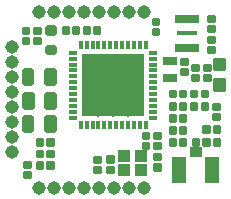
<source format=gbr>
G04 EAGLE Gerber RS-274X export*
G75*
%MOMM*%
%FSLAX34Y34*%
%LPD*%
%INSoldermask Top*%
%IPPOS*%
%AMOC8*
5,1,8,0,0,1.08239X$1,22.5*%
G01*
%ADD10R,0.727000X0.367000*%
%ADD11R,0.367000X0.727000*%
%ADD12R,5.277000X5.277000*%
%ADD13C,0.627000*%
%ADD14C,0.406869*%
%ADD15C,0.631119*%
%ADD16C,0.531859*%
%ADD17R,1.077000X0.977000*%
%ADD18C,0.400200*%
%ADD19R,1.177000X2.327000*%
%ADD20R,1.127000X0.927000*%
%ADD21C,1.143000*%
%ADD22R,1.227000X0.727000*%
%ADD23R,0.477000X0.687000*%
%ADD24R,1.727000X0.327000*%
%ADD25C,0.428259*%


D10*
X119474Y58491D03*
X119474Y63491D03*
X119474Y68491D03*
X119474Y73491D03*
X119474Y78491D03*
X119474Y83491D03*
X119474Y88491D03*
X119474Y93491D03*
X119474Y98491D03*
X119474Y103491D03*
X119474Y108491D03*
X119474Y113491D03*
D11*
X112974Y119991D03*
X107974Y119991D03*
X102974Y119991D03*
X97974Y119991D03*
X92974Y119991D03*
X87974Y119991D03*
X82974Y119991D03*
X77974Y119991D03*
X72974Y119991D03*
X67974Y119991D03*
X62974Y119991D03*
X57974Y119991D03*
D10*
X51474Y113491D03*
X51474Y108491D03*
X51474Y103491D03*
X51474Y98491D03*
X51474Y93491D03*
X51474Y88491D03*
X51474Y83491D03*
X51474Y78491D03*
X51474Y73491D03*
X51474Y68491D03*
X51474Y63491D03*
X51474Y58491D03*
D11*
X57974Y51991D03*
X62974Y51991D03*
X67974Y51991D03*
X72974Y51991D03*
X77974Y51991D03*
X82974Y51991D03*
X87974Y51991D03*
X92974Y51991D03*
X97974Y51991D03*
X102974Y51991D03*
X107974Y51991D03*
X112974Y51991D03*
D12*
X85474Y85991D03*
D13*
X72874Y109241D03*
X85474Y109241D03*
X98074Y109241D03*
X72874Y62741D03*
X85474Y62741D03*
X98074Y62741D03*
X62224Y98591D03*
X62224Y85991D03*
X62224Y73391D03*
X108724Y98591D03*
X108724Y85991D03*
X108724Y73391D03*
X85474Y98591D03*
X85220Y85991D03*
X85474Y73391D03*
X72874Y98591D03*
X72874Y85991D03*
X72874Y73391D03*
X98074Y98591D03*
X98074Y85991D03*
X98074Y73391D03*
D14*
X19454Y122320D02*
X19454Y124922D01*
X22656Y124922D01*
X22656Y122320D01*
X19454Y122320D01*
X22656Y130920D02*
X22656Y133522D01*
X22656Y130920D02*
X19454Y130920D01*
X19454Y133522D01*
X22656Y133522D01*
X9541Y124815D02*
X9541Y122213D01*
X9541Y124815D02*
X12743Y124815D01*
X12743Y122213D01*
X9541Y122213D01*
X12743Y130813D02*
X12743Y133415D01*
X12743Y130813D02*
X9541Y130813D01*
X9541Y133415D01*
X12743Y133415D01*
X30662Y16901D02*
X33264Y16901D01*
X30662Y16901D02*
X30662Y20103D01*
X33264Y20103D01*
X33264Y16901D01*
X24664Y20103D02*
X22062Y20103D01*
X24664Y20103D02*
X24664Y16901D01*
X22062Y16901D01*
X22062Y20103D01*
X22026Y29800D02*
X24628Y29800D01*
X24628Y26598D01*
X22026Y26598D01*
X22026Y29800D01*
X30626Y26598D02*
X33228Y26598D01*
X30626Y26598D02*
X30626Y29800D01*
X33228Y29800D01*
X33228Y26598D01*
X43627Y134588D02*
X46229Y134588D01*
X46229Y131386D01*
X43627Y131386D01*
X43627Y134588D01*
X52227Y131386D02*
X54829Y131386D01*
X52227Y131386D02*
X52227Y134588D01*
X54829Y134588D01*
X54829Y131386D01*
X156592Y102613D02*
X156587Y100012D01*
X153386Y100017D01*
X153391Y102618D01*
X156592Y102613D01*
X153376Y94018D02*
X153371Y91417D01*
X153376Y94018D02*
X156577Y94013D01*
X156572Y91412D01*
X153371Y91417D01*
X143786Y96107D02*
X143786Y98709D01*
X146988Y98709D01*
X146988Y96107D01*
X143786Y96107D01*
X146988Y104707D02*
X146988Y107309D01*
X146988Y104707D02*
X143786Y104707D01*
X143786Y107309D01*
X146988Y107309D01*
X119662Y130150D02*
X119662Y132752D01*
X122864Y132752D01*
X122864Y130150D01*
X119662Y130150D01*
X122864Y138750D02*
X122864Y141352D01*
X122864Y138750D02*
X119662Y138750D01*
X119662Y141352D01*
X122864Y141352D01*
X72595Y131452D02*
X69993Y131452D01*
X69993Y134654D01*
X72595Y134654D01*
X72595Y131452D01*
X63995Y134654D02*
X61393Y134654D01*
X63995Y134654D02*
X63995Y131452D01*
X61393Y131452D01*
X61393Y134654D01*
X73336Y24771D02*
X73336Y22169D01*
X70134Y22169D01*
X70134Y24771D01*
X73336Y24771D01*
X70134Y16171D02*
X70134Y13569D01*
X70134Y16171D02*
X73336Y16171D01*
X73336Y13569D01*
X70134Y13569D01*
X33273Y36617D02*
X30671Y36617D01*
X30671Y39819D01*
X33273Y39819D01*
X33273Y36617D01*
X24673Y39819D02*
X22071Y39819D01*
X24673Y39819D02*
X24673Y36617D01*
X22071Y36617D01*
X22071Y39819D01*
D15*
X29132Y48719D02*
X34092Y48719D01*
X29132Y48719D02*
X29132Y57879D01*
X34092Y57879D01*
X34092Y48719D01*
X34092Y54714D02*
X29132Y54714D01*
X15392Y57879D02*
X10432Y57879D01*
X15392Y57879D02*
X15392Y48719D01*
X10432Y48719D01*
X10432Y57879D01*
X10432Y54714D02*
X15392Y54714D01*
X15406Y97686D02*
X10446Y97686D01*
X15406Y97686D02*
X15406Y88526D01*
X10446Y88526D01*
X10446Y97686D01*
X10446Y94521D02*
X15406Y94521D01*
X29146Y88526D02*
X34106Y88526D01*
X29146Y88526D02*
X29146Y97686D01*
X34106Y97686D01*
X34106Y88526D01*
X34106Y94521D02*
X29146Y94521D01*
D14*
X114343Y44854D02*
X114343Y42252D01*
X111141Y42252D01*
X111141Y44854D01*
X114343Y44854D01*
X111141Y36254D02*
X111141Y33652D01*
X111141Y36254D02*
X114343Y36254D01*
X114343Y33652D01*
X111141Y33652D01*
X124293Y42326D02*
X124293Y44928D01*
X124293Y42326D02*
X121091Y42326D01*
X121091Y44928D01*
X124293Y44928D01*
X121091Y36328D02*
X121091Y33726D01*
X121091Y36328D02*
X124293Y36328D01*
X124293Y33726D01*
X121091Y33726D01*
D16*
X35596Y130339D02*
X35596Y134191D01*
X35596Y130339D02*
X30344Y130339D01*
X30344Y134191D01*
X35596Y134191D01*
X30344Y117791D02*
X30344Y113939D01*
X30344Y117791D02*
X35596Y117791D01*
X35596Y113939D01*
X30344Y113939D01*
D15*
X29311Y68665D02*
X34271Y68665D01*
X29311Y68665D02*
X29311Y77825D01*
X34271Y77825D01*
X34271Y68665D01*
X34271Y74660D02*
X29311Y74660D01*
X15571Y77825D02*
X10611Y77825D01*
X15571Y77825D02*
X15571Y68665D01*
X10611Y68665D01*
X10611Y77825D01*
X10611Y74660D02*
X15571Y74660D01*
D17*
X109127Y25834D03*
X94627Y25834D03*
X94627Y14334D03*
X109127Y14334D03*
D18*
X134020Y67089D02*
X136688Y67089D01*
X134020Y67089D02*
X134020Y70357D01*
X136688Y70357D01*
X136688Y67089D01*
X142660Y67089D02*
X145328Y67089D01*
X142660Y67089D02*
X142660Y70357D01*
X145328Y70357D01*
X145328Y67089D01*
X136769Y77317D02*
X134101Y77317D01*
X134101Y80585D01*
X136769Y80585D01*
X136769Y77317D01*
X142741Y77317D02*
X145409Y77317D01*
X142741Y77317D02*
X142741Y80585D01*
X145409Y80585D01*
X145409Y77317D01*
X145532Y39378D02*
X142864Y39378D01*
X145532Y39378D02*
X145532Y36110D01*
X142864Y36110D01*
X142864Y39378D01*
X136892Y39378D02*
X134224Y39378D01*
X136892Y39378D02*
X136892Y36110D01*
X134224Y36110D01*
X134224Y39378D01*
X134125Y56757D02*
X136793Y56757D01*
X134125Y56757D02*
X134125Y60025D01*
X136793Y60025D01*
X136793Y56757D01*
X142765Y56757D02*
X145433Y56757D01*
X142765Y56757D02*
X142765Y60025D01*
X145433Y60025D01*
X145433Y56757D01*
X161083Y80558D02*
X163751Y80558D01*
X163751Y77290D01*
X161083Y77290D01*
X161083Y80558D01*
X155111Y80558D02*
X152443Y80558D01*
X155111Y80558D02*
X155111Y77290D01*
X152443Y77290D01*
X152443Y80558D01*
X171354Y50470D02*
X174022Y50470D01*
X174022Y47202D01*
X171354Y47202D01*
X171354Y50470D01*
X165382Y50470D02*
X162714Y50470D01*
X165382Y50470D02*
X165382Y47202D01*
X162714Y47202D01*
X162714Y50470D01*
X162861Y36430D02*
X165528Y36411D01*
X162861Y36430D02*
X162884Y39697D01*
X165551Y39678D01*
X165528Y36411D01*
X171501Y36370D02*
X174168Y36351D01*
X171501Y36370D02*
X171524Y39637D01*
X174191Y39618D01*
X174168Y36351D01*
X136793Y46522D02*
X134125Y46522D01*
X134125Y49790D01*
X136793Y49790D01*
X136793Y46522D01*
X142765Y46522D02*
X145433Y46522D01*
X142765Y46522D02*
X142765Y49790D01*
X145433Y49790D01*
X145433Y46522D01*
X152432Y66939D02*
X155100Y66939D01*
X152432Y66939D02*
X152432Y70207D01*
X155100Y70207D01*
X155100Y66939D01*
X161072Y66939D02*
X163740Y66939D01*
X161072Y66939D02*
X161072Y70207D01*
X163740Y70207D01*
X163740Y66939D01*
X171118Y66655D02*
X171118Y69323D01*
X174386Y69323D01*
X174386Y66655D01*
X171118Y66655D01*
X171118Y60683D02*
X171118Y58015D01*
X171118Y60683D02*
X174386Y60683D01*
X174386Y58015D01*
X171118Y58015D01*
X84506Y16187D02*
X84506Y13519D01*
X81238Y13519D01*
X81238Y16187D01*
X84506Y16187D01*
X84506Y22159D02*
X84506Y24827D01*
X84506Y22159D02*
X81238Y22159D01*
X81238Y24827D01*
X84506Y24827D01*
X120693Y24009D02*
X120693Y26677D01*
X123961Y26677D01*
X123961Y24009D01*
X120693Y24009D01*
X120693Y18037D02*
X120693Y15369D01*
X120693Y18037D02*
X123961Y18037D01*
X123961Y15369D01*
X120693Y15369D01*
D19*
X141584Y14185D03*
X169084Y14185D03*
D20*
X155334Y29435D03*
D18*
X162721Y39605D02*
X165389Y39605D01*
X165389Y36337D01*
X162721Y36337D01*
X162721Y39605D01*
X156749Y39605D02*
X154081Y39605D01*
X156749Y39605D02*
X156749Y36337D01*
X154081Y36337D01*
X154081Y39605D01*
D21*
X73580Y-620D03*
X86280Y-620D03*
X60880Y-620D03*
X98980Y-620D03*
X48180Y-620D03*
X111680Y-620D03*
X35480Y-620D03*
X22780Y-620D03*
X4Y67617D03*
X4Y54917D03*
X4Y80317D03*
X4Y42217D03*
X4Y93017D03*
X4Y29517D03*
X4Y105717D03*
X4Y118417D03*
X73333Y148201D03*
X86033Y148201D03*
X60633Y148201D03*
X98733Y148201D03*
X47933Y148201D03*
X111433Y148201D03*
X35233Y148201D03*
X22533Y148201D03*
D22*
X133799Y92373D03*
X133799Y106373D03*
D23*
X140500Y117650D03*
X145500Y117650D03*
X150500Y117650D03*
X155500Y117650D03*
X155500Y142350D03*
X150500Y142350D03*
X145500Y142350D03*
X140500Y142350D03*
D24*
X148000Y130000D03*
D14*
X170035Y141081D02*
X170035Y143683D01*
X170035Y141081D02*
X166833Y141081D01*
X166833Y143683D01*
X170035Y143683D01*
X166833Y135083D02*
X166833Y132481D01*
X166833Y135083D02*
X170035Y135083D01*
X170035Y132481D01*
X166833Y132481D01*
X11001Y11306D02*
X11001Y8704D01*
X11001Y11306D02*
X14203Y11306D01*
X14203Y8704D01*
X11001Y8704D01*
X14203Y17304D02*
X14203Y19906D01*
X14203Y17304D02*
X11001Y17304D01*
X11001Y19906D01*
X14203Y19906D01*
X169972Y123297D02*
X169972Y125899D01*
X169972Y123297D02*
X166770Y123297D01*
X166770Y125899D01*
X169972Y125899D01*
X166770Y117299D02*
X166770Y114697D01*
X166770Y117299D02*
X169972Y117299D01*
X169972Y114697D01*
X166770Y114697D01*
D25*
X171809Y90009D02*
X178797Y90009D01*
X178797Y83021D01*
X171809Y83021D01*
X171809Y90009D01*
X171809Y87090D02*
X178797Y87090D01*
X178797Y107549D02*
X171809Y107549D01*
X178797Y107549D02*
X178797Y100561D01*
X171809Y100561D01*
X171809Y107549D01*
X171809Y104630D02*
X178797Y104630D01*
D14*
X166582Y102518D02*
X166582Y99916D01*
X163380Y99916D01*
X163380Y102518D01*
X166582Y102518D01*
X163380Y93918D02*
X163380Y91316D01*
X163380Y93918D02*
X166582Y93918D01*
X166582Y91316D01*
X163380Y91316D01*
M02*

</source>
